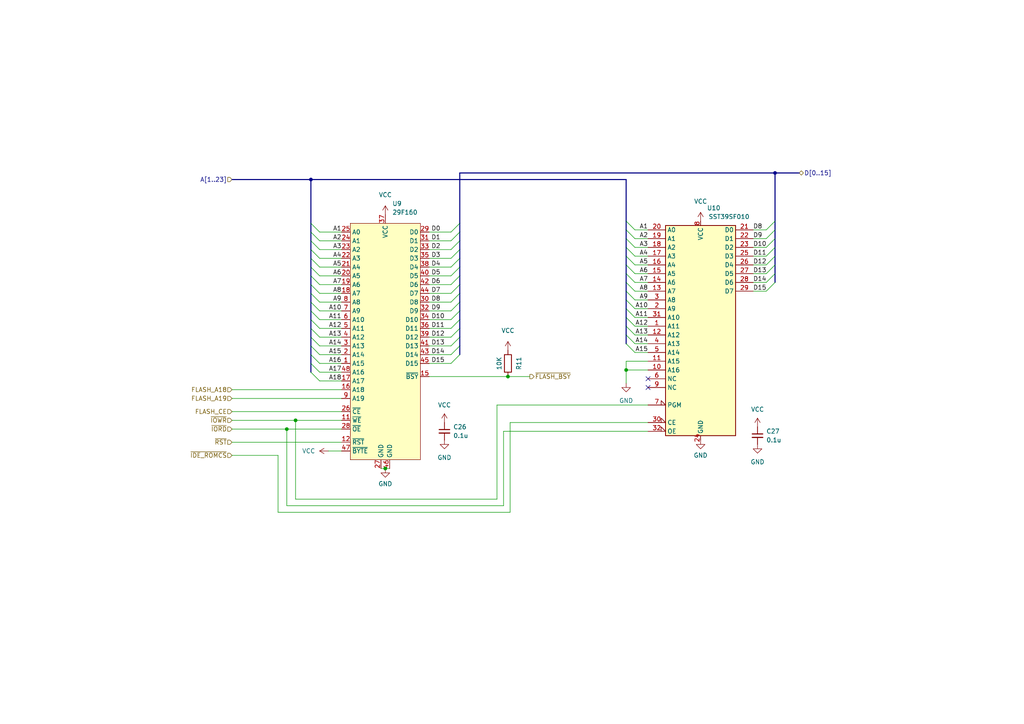
<source format=kicad_sch>
(kicad_sch (version 20211123) (generator eeschema)
  (paper "A4")
  (lib_symbols
    (symbol "29F160:29F160"
      (property "Reference" "U" (at 20.32 36.83 0))
      (property "Value" "29F160" (at 20.32 36.83 0))
      (symbol "29F160_0_1"
        (rectangle (start -10.16 34.29) (end 10.16 -34.29) (stroke (width 0.1524)) (fill (type background)))
      )
      (symbol "29F160_1_1"
        (pin input line (at -12.7 -6.35 0) (length 2.54) (name "A15") (number "1"))
        (pin no_connect line (at 12.7 -13.97 180) (length 2.54) hide (name "NC") (number "10"))
        (pin input line (at -12.7 -22.86 0) (length 2.54) (name "~{WE}") (number "11"))
        (pin input line (at -12.7 -29.21 0) (length 2.54) (name "~{RST}") (number "12"))
        (pin no_connect line (at 12.7 -16.51 180) (length 2.54) hide (name "NC") (number "13"))
        (pin no_connect line (at 12.7 -19.05 180) (length 2.54) hide (name "NC") (number "14"))
        (pin output line (at 12.7 -10.16 180) (length 2.54) (name "~{BSY}") (number "15"))
        (pin input line (at -12.7 -13.97 0) (length 2.54) (name "A18") (number "16"))
        (pin input line (at -12.7 -11.43 0) (length 2.54) (name "A17") (number "17"))
        (pin input line (at -12.7 13.97 0) (length 2.54) (name "A7") (number "18"))
        (pin input line (at -12.7 16.51 0) (length 2.54) (name "A6") (number "19"))
        (pin input line (at -12.7 -3.81 0) (length 2.54) (name "A14") (number "2"))
        (pin input line (at -12.7 19.05 0) (length 2.54) (name "A5") (number "20"))
        (pin input line (at -12.7 21.59 0) (length 2.54) (name "A4") (number "21"))
        (pin input line (at -12.7 24.13 0) (length 2.54) (name "A3") (number "22"))
        (pin input line (at -12.7 26.67 0) (length 2.54) (name "A2") (number "23"))
        (pin input line (at -12.7 29.21 0) (length 2.54) (name "A1") (number "24"))
        (pin input line (at -12.7 31.75 0) (length 2.54) (name "A0") (number "25"))
        (pin input line (at -12.7 -20.32 0) (length 2.54) (name "~{CE}") (number "26"))
        (pin power_in line (at -1.27 -36.83 90) (length 2.54) (name "GND") (number "27"))
        (pin input line (at -12.7 -25.4 0) (length 2.54) (name "~{OE}") (number "28"))
        (pin bidirectional line (at 12.7 31.75 180) (length 2.54) (name "D0") (number "29"))
        (pin input line (at -12.7 -1.27 0) (length 2.54) (name "A13") (number "3"))
        (pin bidirectional line (at 12.7 11.43 180) (length 2.54) (name "D8") (number "30"))
        (pin bidirectional line (at 12.7 29.21 180) (length 2.54) (name "D1") (number "31"))
        (pin bidirectional line (at 12.7 8.89 180) (length 2.54) (name "D9") (number "32"))
        (pin bidirectional line (at 12.7 26.67 180) (length 2.54) (name "D2") (number "33"))
        (pin bidirectional line (at 12.7 6.35 180) (length 2.54) (name "D10") (number "34"))
        (pin bidirectional line (at 12.7 24.13 180) (length 2.54) (name "D3") (number "35"))
        (pin bidirectional line (at 12.7 3.81 180) (length 2.54) (name "D11") (number "36"))
        (pin power_in line (at 0 36.83 270) (length 2.54) (name "VCC") (number "37"))
        (pin bidirectional line (at 12.7 21.59 180) (length 2.54) (name "D4") (number "38"))
        (pin bidirectional line (at 12.7 1.27 180) (length 2.54) (name "D12") (number "39"))
        (pin input line (at -12.7 1.27 0) (length 2.54) (name "A12") (number "4"))
        (pin bidirectional line (at 12.7 19.05 180) (length 2.54) (name "D5") (number "40"))
        (pin bidirectional line (at 12.7 -1.27 180) (length 2.54) (name "D13") (number "41"))
        (pin bidirectional line (at 12.7 16.51 180) (length 2.54) (name "D6") (number "42"))
        (pin bidirectional line (at 12.7 -3.81 180) (length 2.54) (name "D14") (number "43"))
        (pin bidirectional line (at 12.7 13.97 180) (length 2.54) (name "D7") (number "44"))
        (pin bidirectional line (at 12.7 -6.35 180) (length 2.54) (name "D15") (number "45"))
        (pin power_in line (at 1.27 -36.83 90) (length 2.54) (name "GND") (number "46"))
        (pin input line (at -12.7 -31.75 0) (length 2.54) (name "~{BYTE}") (number "47"))
        (pin input line (at -12.7 -8.89 0) (length 2.54) (name "A16") (number "48"))
        (pin input line (at -12.7 3.81 0) (length 2.54) (name "A11") (number "5"))
        (pin input line (at -12.7 6.35 0) (length 2.54) (name "A10") (number "6"))
        (pin input line (at -12.7 8.89 0) (length 2.54) (name "A9") (number "7"))
        (pin input line (at -12.7 11.43 0) (length 2.54) (name "A8") (number "8"))
        (pin input line (at -12.7 -16.51 0) (length 2.54) (name "A19") (number "9"))
      )
    )
    (symbol "39SF010-TSOP:SST39SF010"
      (property "Reference" "U" (at 2.54 33.02 0))
      (property "Value" "SST39SF010" (at 0 -30.48 0))
      (symbol "SST39SF010_0_1"
        (rectangle (start -10.16 31.75) (end 10.16 -29.21) (stroke (width 0.254)) (fill (type background)))
        (pin power_in line (at 0 -30.48 90) (length 1.27) (name "GND") (number "24"))
        (pin power_in line (at 0 33.02 270) (length 1.27) (name "VCC") (number "8"))
      )
      (symbol "SST39SF010_1_1"
        (pin input line (at -15.24 2.54 0) (length 5.08) (name "A11") (number "1"))
        (pin input line (at -15.24 -10.16 0) (length 5.08) (name "A16") (number "10"))
        (pin input line (at -15.24 -7.62 0) (length 5.08) (name "A15") (number "11"))
        (pin input line (at -15.24 0 0) (length 5.08) (name "A12") (number "12"))
        (pin input line (at -15.24 12.7 0) (length 5.08) (name "A7") (number "13"))
        (pin input line (at -15.24 15.24 0) (length 5.08) (name "A6") (number "14"))
        (pin input line (at -15.24 17.78 0) (length 5.08) (name "A5") (number "15"))
        (pin input line (at -15.24 20.32 0) (length 5.08) (name "A4") (number "16"))
        (pin input line (at -15.24 22.86 0) (length 5.08) (name "A3") (number "17"))
        (pin input line (at -15.24 25.4 0) (length 5.08) (name "A2") (number "18"))
        (pin input line (at -15.24 27.94 0) (length 5.08) (name "A1") (number "19"))
        (pin input line (at -15.24 7.62 0) (length 5.08) (name "A9") (number "2"))
        (pin input line (at -15.24 30.48 0) (length 5.08) (name "A0") (number "20"))
        (pin tri_state line (at 15.24 30.48 180) (length 5.08) (name "D0") (number "21"))
        (pin tri_state line (at 15.24 27.94 180) (length 5.08) (name "D1") (number "22"))
        (pin tri_state line (at 15.24 25.4 180) (length 5.08) (name "D2") (number "23"))
        (pin tri_state line (at 15.24 22.86 180) (length 5.08) (name "D3") (number "25"))
        (pin tri_state line (at 15.24 20.32 180) (length 5.08) (name "D4") (number "26"))
        (pin tri_state line (at 15.24 17.78 180) (length 5.08) (name "D5") (number "27"))
        (pin tri_state line (at 15.24 15.24 180) (length 5.08) (name "D6") (number "28"))
        (pin tri_state line (at 15.24 12.7 180) (length 5.08) (name "D7") (number "29"))
        (pin input line (at -15.24 10.16 0) (length 5.08) (name "A8") (number "3"))
        (pin input input_low (at -15.24 -25.4 0) (length 5.08) (name "CE") (number "30"))
        (pin input line (at -15.24 5.08 0) (length 5.08) (name "A10") (number "31"))
        (pin input input_low (at -15.24 -27.94 0) (length 5.08) (name "OE") (number "32"))
        (pin input line (at -15.24 -2.54 0) (length 5.08) (name "A13") (number "4"))
        (pin input line (at -15.24 -5.08 0) (length 5.08) (name "A14") (number "5"))
        (pin input line (at -15.24 -12.7 0) (length 5.08) (name "NC") (number "6"))
        (pin input input_low (at -15.24 -20.32 0) (length 5.08) (name "PGM") (number "7"))
        (pin input line (at -15.24 -15.24 0) (length 5.08) (name "NC") (number "9"))
      )
    )
    (symbol "Device:C_Small" (pin_numbers hide) (pin_names (offset 0.254) hide)
      (property "Reference" "C" (at 0.254 1.778 0))
      (property "Value" "C_Small" (at 0.254 -2.032 0))
      (symbol "C_Small_0_1"
        (polyline (pts (xy -1.524 -0.508) (xy 1.524 -0.508)) (stroke (width 0.3302)))
        (polyline (pts (xy -1.524 0.508) (xy 1.524 0.508)) (stroke (width 0.3048)))
      )
      (symbol "C_Small_1_1"
        (pin passive line (at 0 2.54 270) (length 2.032) (name "~") (number "1"))
        (pin passive line (at 0 -2.54 90) (length 2.032) (name "~") (number "2"))
      )
    )
    (symbol "Device:R" (pin_numbers hide) (pin_names (offset 0))
      (property "Reference" "R" (at 2.032 0 90))
      (property "Value" "R" (at 0 0 90))
      (symbol "R_0_1"
        (rectangle (start -1.016 -2.54) (end 1.016 2.54) (stroke (width 0.254)))
      )
      (symbol "R_1_1"
        (pin passive line (at 0 3.81 270) (length 1.27) (name "~") (number "1"))
        (pin passive line (at 0 -3.81 90) (length 1.27) (name "~") (number "2"))
      )
    )
    (symbol "power:GND" (power) (pin_names (offset 0))
      (property "Value" "GND" (at 0 -3.81 0))
      (symbol "GND_0_1"
        (polyline (pts (xy 0 0) (xy 0 -1.27) (xy 1.27 -1.27) (xy 0 -2.54) (xy -1.27 -1.27) (xy 0 -1.27)))
      )
      (symbol "GND_1_1"
        (pin power_in line (at 0 0 270) (length 0) hide (name "GND") (number "1"))
      )
    )
    (symbol "power:VCC" (power) (pin_names (offset 0))
      (property "Value" "VCC" (at 0 3.81 0))
      (symbol "VCC_0_1"
        (polyline (pts (xy -0.762 1.27) (xy 0 2.54)))
        (polyline (pts (xy 0 0) (xy 0 2.54)))
        (polyline (pts (xy 0 2.54) (xy 0.762 1.27)))
      )
      (symbol "VCC_1_1"
        (pin power_in line (at 0 0 90) (length 0) hide (name "VCC") (number "1"))
      )
    )
  )
  (junction (at 147.32 109.22))
  (junction (at 85.725 121.92))
  (junction (at 224.79 50.165))
  (junction (at 90.17 52.07))
  (junction (at 83.185 124.46))
  (junction (at 111.76 135.89))
  (junction (at 181.61 107.315))
  (no_connect (at 187.96 112.395))
  (no_connect (at 187.96 109.855))
  (bus_entry (at 90.17 72.39) (size 2.54 2.54))
  (bus_entry (at 133.35 64.77) (size -2.54 2.54))
  (bus_entry (at 90.17 67.31) (size 2.54 2.54))
  (bus_entry (at 133.35 67.31) (size -2.54 2.54))
  (bus_entry (at 222.25 76.835) (size 2.54 -2.54))
  (bus_entry (at 184.15 66.675) (size -2.54 -2.54))
  (bus_entry (at 90.17 100.33) (size 2.54 2.54))
  (bus_entry (at 181.61 94.615) (size 2.54 2.54))
  (bus_entry (at 133.35 87.63) (size -2.54 2.54))
  (bus_entry (at 90.17 80.01) (size 2.54 2.54))
  (bus_entry (at 181.61 97.155) (size 2.54 2.54))
  (bus_entry (at 181.61 74.295) (size 2.54 2.54))
  (bus_entry (at 181.61 86.995) (size 2.54 2.54))
  (bus_entry (at 181.61 76.835) (size 2.54 2.54))
  (bus_entry (at 90.17 69.85) (size 2.54 2.54))
  (bus_entry (at 90.17 74.93) (size 2.54 2.54))
  (bus_entry (at 90.17 95.25) (size 2.54 2.54))
  (bus_entry (at 133.35 85.09) (size -2.54 2.54))
  (bus_entry (at 90.17 97.79) (size 2.54 2.54))
  (bus_entry (at 133.35 92.71) (size -2.54 2.54))
  (bus_entry (at 133.35 90.17) (size -2.54 2.54))
  (bus_entry (at 222.25 81.915) (size 2.54 -2.54))
  (bus_entry (at 181.61 84.455) (size 2.54 2.54))
  (bus_entry (at 181.61 66.675) (size 2.54 2.54))
  (bus_entry (at 133.35 77.47) (size -2.54 2.54))
  (bus_entry (at 181.61 71.755) (size 2.54 2.54))
  (bus_entry (at 90.17 87.63) (size 2.54 2.54))
  (bus_entry (at 222.25 69.215) (size 2.54 -2.54))
  (bus_entry (at 133.35 72.39) (size -2.54 2.54))
  (bus_entry (at 133.35 97.79) (size -2.54 2.54))
  (bus_entry (at 133.35 69.85) (size -2.54 2.54))
  (bus_entry (at 181.61 81.915) (size 2.54 2.54))
  (bus_entry (at 181.61 99.695) (size 2.54 2.54))
  (bus_entry (at 90.17 90.17) (size 2.54 2.54))
  (bus_entry (at 222.25 71.755) (size 2.54 -2.54))
  (bus_entry (at 90.17 82.55) (size 2.54 2.54))
  (bus_entry (at 90.17 77.47) (size 2.54 2.54))
  (bus_entry (at 90.17 107.95) (size 2.54 2.54))
  (bus_entry (at 90.17 85.09) (size 2.54 2.54))
  (bus_entry (at 181.61 89.535) (size 2.54 2.54))
  (bus_entry (at 90.17 64.77) (size 2.54 2.54))
  (bus_entry (at 133.35 80.01) (size -2.54 2.54))
  (bus_entry (at 181.61 79.375) (size 2.54 2.54))
  (bus_entry (at 222.25 84.455) (size 2.54 -2.54))
  (bus_entry (at 133.35 100.33) (size -2.54 2.54))
  (bus_entry (at 90.17 105.41) (size 2.54 2.54))
  (bus_entry (at 90.17 92.71) (size 2.54 2.54))
  (bus_entry (at 222.25 79.375) (size 2.54 -2.54))
  (bus_entry (at 181.61 69.215) (size 2.54 2.54))
  (bus_entry (at 222.25 74.295) (size 2.54 -2.54))
  (bus_entry (at 90.17 102.87) (size 2.54 2.54))
  (bus_entry (at 222.25 66.675) (size 2.54 -2.54))
  (bus_entry (at 133.35 95.25) (size -2.54 2.54))
  (bus_entry (at 181.61 92.075) (size 2.54 2.54))
  (bus_entry (at 133.35 82.55) (size -2.54 2.54))
  (bus_entry (at 133.35 102.87) (size -2.54 2.54))
  (bus_entry (at 133.35 74.93) (size -2.54 2.54))
  (bus (pts (xy 181.61 52.07) (xy 181.61 64.135)))
  (wire (pts (xy 184.15 89.535) (xy 187.96 89.535)))
  (bus (pts (xy 181.61 86.995) (xy 181.61 89.535)))
  (bus (pts (xy 90.17 82.55) (xy 90.17 80.01)))
  (bus (pts (xy 181.61 92.075) (xy 181.61 94.615)))
  (wire (pts (xy 147.955 148.59) (xy 80.645 148.59)))
  (bus (pts (xy 181.61 81.915) (xy 181.61 84.455)))
  (wire (pts (xy 124.46 77.47) (xy 130.81 77.47)))
  (bus (pts (xy 224.79 69.215) (xy 224.79 71.755)))
  (bus (pts (xy 90.17 85.09) (xy 90.17 82.55)))
  (bus (pts (xy 90.17 87.63) (xy 90.17 85.09)))
  (wire (pts (xy 124.46 67.31) (xy 130.81 67.31)))
  (wire (pts (xy 184.15 99.695) (xy 187.96 99.695)))
  (bus (pts (xy 181.61 89.535) (xy 181.61 92.075)))
  (bus (pts (xy 133.35 95.25) (xy 133.35 97.79)))
  (bus (pts (xy 224.79 50.165) (xy 224.79 64.135)))
  (bus (pts (xy 133.35 77.47) (xy 133.35 80.01)))
  (wire (pts (xy 67.31 119.38) (xy 99.06 119.38)))
  (wire (pts (xy 95.25 130.81) (xy 99.06 130.81)))
  (wire (pts (xy 85.725 144.78) (xy 85.725 121.92)))
  (wire (pts (xy 67.31 121.92) (xy 85.725 121.92)))
  (wire (pts (xy 92.71 67.31) (xy 99.06 67.31)))
  (wire (pts (xy 218.44 71.755) (xy 222.25 71.755)))
  (wire (pts (xy 92.71 110.49) (xy 99.06 110.49)))
  (bus (pts (xy 133.35 67.31) (xy 133.35 69.85)))
  (bus (pts (xy 133.35 97.79) (xy 133.35 100.33)))
  (wire (pts (xy 124.46 74.93) (xy 130.81 74.93)))
  (bus (pts (xy 224.79 50.165) (xy 231.775 50.165)))
  (wire (pts (xy 67.31 115.57) (xy 99.06 115.57)))
  (bus (pts (xy 133.35 69.85) (xy 133.35 72.39)))
  (wire (pts (xy 218.44 79.375) (xy 222.25 79.375)))
  (wire (pts (xy 218.44 69.215) (xy 222.25 69.215)))
  (wire (pts (xy 184.15 86.995) (xy 187.96 86.995)))
  (bus (pts (xy 224.79 79.375) (xy 224.79 81.915)))
  (bus (pts (xy 133.35 74.93) (xy 133.35 77.47)))
  (wire (pts (xy 184.15 74.295) (xy 187.96 74.295)))
  (wire (pts (xy 184.15 79.375) (xy 187.96 79.375)))
  (bus (pts (xy 133.35 100.33) (xy 133.35 102.87)))
  (wire (pts (xy 80.645 148.59) (xy 80.645 132.08)))
  (wire (pts (xy 124.46 80.01) (xy 130.81 80.01)))
  (wire (pts (xy 124.46 102.87) (xy 130.81 102.87)))
  (bus (pts (xy 133.35 72.39) (xy 133.35 74.93)))
  (bus (pts (xy 181.61 79.375) (xy 181.61 81.915)))
  (wire (pts (xy 184.15 97.155) (xy 187.96 97.155)))
  (wire (pts (xy 147.955 122.555) (xy 147.955 148.59)))
  (wire (pts (xy 92.71 69.85) (xy 99.06 69.85)))
  (wire (pts (xy 187.96 125.095) (xy 146.05 125.095)))
  (wire (pts (xy 147.32 109.22) (xy 153.67 109.22)))
  (bus (pts (xy 224.79 76.835) (xy 224.79 79.375)))
  (bus (pts (xy 181.61 74.295) (xy 181.61 76.835)))
  (bus (pts (xy 90.17 72.39) (xy 90.17 69.85)))
  (bus (pts (xy 181.61 64.135) (xy 181.61 66.675)))
  (wire (pts (xy 184.15 94.615) (xy 187.96 94.615)))
  (wire (pts (xy 67.31 132.08) (xy 80.645 132.08)))
  (wire (pts (xy 218.44 74.295) (xy 222.25 74.295)))
  (bus (pts (xy 90.17 77.47) (xy 90.17 74.93)))
  (wire (pts (xy 92.71 85.09) (xy 99.06 85.09)))
  (bus (pts (xy 90.17 107.95) (xy 90.17 105.41)))
  (wire (pts (xy 92.71 77.47) (xy 99.06 77.47)))
  (wire (pts (xy 92.71 74.93) (xy 99.06 74.93)))
  (wire (pts (xy 124.46 109.22) (xy 147.32 109.22)))
  (bus (pts (xy 90.17 74.93) (xy 90.17 72.39)))
  (bus (pts (xy 181.61 69.215) (xy 181.61 71.755)))
  (bus (pts (xy 181.61 94.615) (xy 181.61 97.155)))
  (bus (pts (xy 224.79 66.675) (xy 224.79 69.215)))
  (bus (pts (xy 90.17 67.31) (xy 90.17 64.77)))
  (wire (pts (xy 124.46 95.25) (xy 130.81 95.25)))
  (wire (pts (xy 184.15 81.915) (xy 187.96 81.915)))
  (wire (pts (xy 187.96 117.475) (xy 144.145 117.475)))
  (wire (pts (xy 146.05 125.095) (xy 146.05 146.685)))
  (wire (pts (xy 92.71 72.39) (xy 99.06 72.39)))
  (wire (pts (xy 67.31 113.03) (xy 99.06 113.03)))
  (bus (pts (xy 67.31 52.07) (xy 90.17 52.07)))
  (bus (pts (xy 90.17 97.79) (xy 90.17 95.25)))
  (bus (pts (xy 90.17 64.77) (xy 90.17 52.07)))
  (wire (pts (xy 92.71 105.41) (xy 99.06 105.41)))
  (bus (pts (xy 133.35 80.01) (xy 133.35 82.55)))
  (wire (pts (xy 218.44 84.455) (xy 222.25 84.455)))
  (wire (pts (xy 83.185 146.685) (xy 83.185 124.46)))
  (wire (pts (xy 83.185 124.46) (xy 99.06 124.46)))
  (bus (pts (xy 181.61 76.835) (xy 181.61 79.375)))
  (wire (pts (xy 124.46 92.71) (xy 130.81 92.71)))
  (bus (pts (xy 224.79 64.135) (xy 224.79 66.675)))
  (wire (pts (xy 92.71 95.25) (xy 99.06 95.25)))
  (bus (pts (xy 181.61 84.455) (xy 181.61 86.995)))
  (wire (pts (xy 184.15 71.755) (xy 187.96 71.755)))
  (bus (pts (xy 90.17 95.25) (xy 90.17 92.71)))
  (wire (pts (xy 187.96 122.555) (xy 147.955 122.555)))
  (bus (pts (xy 90.17 100.33) (xy 90.17 97.79)))
  (bus (pts (xy 224.79 50.165) (xy 133.35 50.165)))
  (wire (pts (xy 92.71 82.55) (xy 99.06 82.55)))
  (wire (pts (xy 92.71 102.87) (xy 99.06 102.87)))
  (wire (pts (xy 124.46 105.41) (xy 130.81 105.41)))
  (wire (pts (xy 124.46 90.17) (xy 130.81 90.17)))
  (wire (pts (xy 181.61 104.775) (xy 187.96 104.775)))
  (wire (pts (xy 92.71 92.71) (xy 99.06 92.71)))
  (wire (pts (xy 92.71 80.01) (xy 99.06 80.01)))
  (wire (pts (xy 92.71 100.33) (xy 99.06 100.33)))
  (wire (pts (xy 110.49 135.89) (xy 111.76 135.89)))
  (wire (pts (xy 124.46 82.55) (xy 130.81 82.55)))
  (bus (pts (xy 133.35 64.77) (xy 133.35 67.31)))
  (bus (pts (xy 224.79 71.755) (xy 224.79 74.295)))
  (wire (pts (xy 218.44 76.835) (xy 222.25 76.835)))
  (wire (pts (xy 92.71 97.79) (xy 99.06 97.79)))
  (wire (pts (xy 124.46 87.63) (xy 130.81 87.63)))
  (wire (pts (xy 184.15 76.835) (xy 187.96 76.835)))
  (bus (pts (xy 90.17 90.17) (xy 90.17 87.63)))
  (bus (pts (xy 133.35 85.09) (xy 133.35 87.63)))
  (wire (pts (xy 124.46 69.85) (xy 130.81 69.85)))
  (bus (pts (xy 133.35 82.55) (xy 133.35 85.09)))
  (wire (pts (xy 187.96 107.315) (xy 181.61 107.315)))
  (wire (pts (xy 124.46 100.33) (xy 130.81 100.33)))
  (wire (pts (xy 187.96 66.675) (xy 184.15 66.675)))
  (bus (pts (xy 133.35 50.165) (xy 133.35 64.77)))
  (bus (pts (xy 133.35 92.71) (xy 133.35 95.25)))
  (bus (pts (xy 133.35 87.63) (xy 133.35 90.17)))
  (bus (pts (xy 90.17 102.87) (xy 90.17 100.33)))
  (wire (pts (xy 181.61 104.775) (xy 181.61 107.315)))
  (bus (pts (xy 90.17 80.01) (xy 90.17 77.47)))
  (wire (pts (xy 124.46 72.39) (xy 130.81 72.39)))
  (wire (pts (xy 92.71 90.17) (xy 99.06 90.17)))
  (wire (pts (xy 184.15 92.075) (xy 187.96 92.075)))
  (wire (pts (xy 184.15 69.215) (xy 187.96 69.215)))
  (wire (pts (xy 67.31 128.27) (xy 99.06 128.27)))
  (bus (pts (xy 181.61 97.155) (xy 181.61 99.695)))
  (bus (pts (xy 224.79 74.295) (xy 224.79 76.835)))
  (wire (pts (xy 146.05 146.685) (xy 83.185 146.685)))
  (wire (pts (xy 92.71 107.95) (xy 99.06 107.95)))
  (wire (pts (xy 144.145 117.475) (xy 144.145 144.78)))
  (wire (pts (xy 218.44 81.915) (xy 222.25 81.915)))
  (bus (pts (xy 90.17 69.85) (xy 90.17 67.31)))
  (wire (pts (xy 184.15 84.455) (xy 187.96 84.455)))
  (wire (pts (xy 92.71 87.63) (xy 99.06 87.63)))
  (wire (pts (xy 181.61 107.315) (xy 181.61 111.125)))
  (bus (pts (xy 181.61 71.755) (xy 181.61 74.295)))
  (wire (pts (xy 124.46 85.09) (xy 130.81 85.09)))
  (wire (pts (xy 218.44 66.675) (xy 222.25 66.675)))
  (wire (pts (xy 111.76 135.89) (xy 113.03 135.89)))
  (wire (pts (xy 67.31 124.46) (xy 83.185 124.46)))
  (bus (pts (xy 133.35 90.17) (xy 133.35 92.71)))
  (bus (pts (xy 90.17 92.71) (xy 90.17 90.17)))
  (bus (pts (xy 181.61 66.675) (xy 181.61 69.215)))
  (wire (pts (xy 184.15 102.235) (xy 187.96 102.235)))
  (wire (pts (xy 124.46 97.79) (xy 130.81 97.79)))
  (wire (pts (xy 144.145 144.78) (xy 85.725 144.78)))
  (bus (pts (xy 90.17 105.41) (xy 90.17 102.87)))
  (wire (pts (xy 85.725 121.92) (xy 99.06 121.92)))
  (bus (pts (xy 90.17 52.07) (xy 181.61 52.07)))
  (label "A18" (at 99.06 110.49 180))
  (label "D8" (at 218.44 66.675 0))
  (label "D14" (at 125.095 102.87 0))
  (label "A3" (at 187.96 71.755 180))
  (label "D1" (at 125.095 69.85 0))
  (label "D8" (at 125.095 87.63 0))
  (label "A2" (at 187.96 69.215 180))
  (label "D4" (at 125.095 77.47 0))
  (label "D3" (at 125.095 74.93 0))
  (label "D12" (at 125.095 97.79 0))
  (label "D13" (at 218.44 79.375 0))
  (label "A9" (at 187.96 86.995 180))
  (label "D15" (at 125.095 105.41 0))
  (label "A15" (at 187.96 102.235 180))
  (label "D15" (at 218.44 84.455 0))
  (label "A14" (at 99.06 100.33 180))
  (label "D0" (at 125.095 67.31 0))
  (label "A5" (at 99.06 77.47 180))
  (label "A13" (at 99.06 97.79 180))
  (label "A1" (at 99.06 67.31 180))
  (label "D2" (at 125.095 72.39 0))
  (label "D13" (at 125.095 100.33 0))
  (label "D12" (at 218.44 76.835 0))
  (label "D9" (at 125.095 90.17 0))
  (label "A12" (at 187.96 94.615 180))
  (label "A12" (at 99.06 95.25 180))
  (label "D5" (at 125.095 80.01 0))
  (label "A9" (at 99.06 87.63 180))
  (label "A17" (at 99.06 107.95 180))
  (label "D10" (at 218.44 71.755 0))
  (label "D6" (at 125.095 82.55 0))
  (label "A11" (at 187.96 92.075 180))
  (label "A4" (at 187.96 74.295 180))
  (label "D11" (at 125.095 95.25 0))
  (label "A2" (at 99.06 69.85 180))
  (label "D14" (at 218.44 81.915 0))
  (label "A10" (at 99.06 90.17 180))
  (label "A7" (at 187.96 81.915 180))
  (label "A16" (at 99.06 105.41 180))
  (label "A7" (at 99.06 82.55 180))
  (label "A6" (at 99.06 80.01 180))
  (label "D10" (at 125.095 92.71 0))
  (label "A13" (at 187.96 97.155 180))
  (label "A5" (at 187.96 76.835 180))
  (label "A1" (at 187.96 66.675 180))
  (label "A10" (at 187.96 89.535 180))
  (label "A6" (at 187.96 79.375 180))
  (label "D7" (at 125.095 85.09 0))
  (label "A4" (at 99.06 74.93 180))
  (label "A11" (at 99.06 92.71 180))
  (label "A14" (at 187.96 99.695 180))
  (label "A3" (at 99.06 72.39 180))
  (label "D11" (at 218.44 74.295 0))
  (label "D9" (at 218.44 69.215 0))
  (label "A8" (at 187.96 84.455 180))
  (label "A15" (at 99.06 102.87 180))
  (label "A8" (at 99.06 85.09 180))
  (hierarchical_label "A[1..23]" (shape input) (at 67.31 52.07 180))
  (hierarchical_label "FLASH_CE" (shape input) (at 67.31 119.38 180))
  (hierarchical_label "~{IDE_ROMCS}" (shape input) (at 67.31 132.08 180))
  (hierarchical_label "FLASH_A19" (shape input) (at 67.31 115.57 180))
  (hierarchical_label "~{FLASH_BSY}" (shape output) (at 153.67 109.22 0))
  (hierarchical_label "~{RST}" (shape input) (at 67.31 128.27 180))
  (hierarchical_label "~{IORD}" (shape input) (at 67.31 124.46 180))
  (hierarchical_label "FLASH_A18" (shape input) (at 67.31 113.03 180))
  (hierarchical_label "~{IOWR}" (shape input) (at 67.31 121.92 180))
  (hierarchical_label "D[0..15]" (shape bidirectional) (at 231.775 50.165 0))
  (symbol (lib_id "power:VCC") (at 219.71 123.825 0) (unit 1)
    (property "Reference" "#PWR059" (effects hide))
    (property "Value" "VCC" (at 219.71 118.745 0))
  )
  (symbol (lib_id "Device:R") (at 147.32 105.41 180) (unit 1)
    (property "Reference" "R11" (at 150.495 105.41 90))
    (property "Value" "10K" (at 144.78 105.41 90))
    (property "Footprint" "Resistor_SMD:R_0603_1608Metric" (effects hide))
    (property "LCSC #" "C25804" (effects hide))
  )
  (symbol (lib_id "power:GND") (at 219.71 128.905 0) (unit 1)
    (property "Reference" "#PWR060" (effects hide))
    (property "Value" "GND" (at 219.71 133.985 0))
  )
  (symbol (lib_id "power:GND") (at 128.905 127.635 0) (unit 1)
    (property "Reference" "#PWR055" (effects hide))
    (property "Value" "GND" (at 128.905 132.715 0))
  )
  (symbol (lib_id "29F160:29F160") (at 111.76 99.06 0) (unit 1)
    (property "Reference" "U9" (at 113.7794 59.055 0) (effects (justify left)))
    (property "Value" "29F160" (at 113.7794 61.595 0) (effects (justify left)))
    (property "Footprint" "Package_SO:TSOP-I-48_18.4x12mm_P0.5mm" (effects hide))
  )
  (symbol (lib_id "power:VCC") (at 147.32 101.6 0) (unit 1)
    (property "Reference" "#PWR053" (effects hide))
    (property "Value" "VCC" (at 147.32 95.885 0))
  )
  (symbol (lib_id "Device:C_Small") (at 219.71 126.365 0) (unit 1)
    (property "Reference" "C27" (at 222.25 125.0949 0) (effects (justify left)))
    (property "Value" "0.1u" (at 222.25 127.6349 0) (effects (justify left)))
    (property "Footprint" "Capacitor_SMD:C_0603_1608Metric" (effects hide))
    (property "LCSC #" "C14663" (effects hide))
  )
  (symbol (lib_id "power:VCC") (at 111.76 62.23 0) (unit 1)
    (property "Reference" "#PWR051" (effects hide))
    (property "Value" "VCC" (at 111.76 56.515 0))
  )
  (symbol (lib_id "power:VCC") (at 95.25 130.81 90) (mirror x) (unit 1)
    (property "Reference" "#PWR050" (effects hide))
    (property "Value" "VCC" (at 91.44 130.8099 90) (effects (justify left)))
  )
  (symbol (lib_id "power:GND") (at 181.61 111.125 0) (unit 1)
    (property "Reference" "#PWR056" (effects hide))
    (property "Value" "GND" (at 181.61 116.205 0))
  )
  (symbol (lib_id "power:GND") (at 111.76 135.89 0) (unit 1)
    (property "Reference" "#PWR052" (effects hide))
    (property "Value" "GND" (at 111.76 140.335 0))
  )
  (symbol (lib_id "Device:C_Small") (at 128.905 125.095 0) (unit 1)
    (property "Reference" "C26" (at 131.445 123.8249 0) (effects (justify left)))
    (property "Value" "0.1u" (at 131.445 126.3649 0) (effects (justify left)))
    (property "Footprint" "Capacitor_SMD:C_0603_1608Metric" (effects hide))
    (property "LCSC #" "C14663" (effects hide))
  )
  (symbol (lib_id "power:VCC") (at 128.905 122.555 0) (unit 1)
    (property "Reference" "#PWR054" (effects hide))
    (property "Value" "VCC" (at 128.905 117.475 0))
  )
  (symbol (lib_id "39SF010-TSOP:SST39SF010") (at 203.2 97.155 0) (unit 1)
    (property "Reference" "U10" (at 207.01 60.325 0))
    (property "Value" "SST39SF010" (at 211.455 62.865 0))
    (property "Footprint" "Package_SO:TSOP-I-32_11.8x8mm_P0.5mm" (effects hide))
    (property "Datasheet" "http://ww1.microchip.com/downloads/en/DeviceDoc/25022B.pdf" (effects hide))
  )
  (symbol (lib_id "power:GND") (at 203.2 127.635 0) (unit 1)
    (property "Reference" "#PWR058" (effects hide))
    (property "Value" "GND" (at 203.2 132.08 0))
  )
  (symbol (lib_id "power:VCC") (at 203.2 64.135 0) (unit 1)
    (property "Reference" "#PWR057" (effects hide))
    (property "Value" "VCC" (at 203.2 58.42 0))
  )
)
</source>
